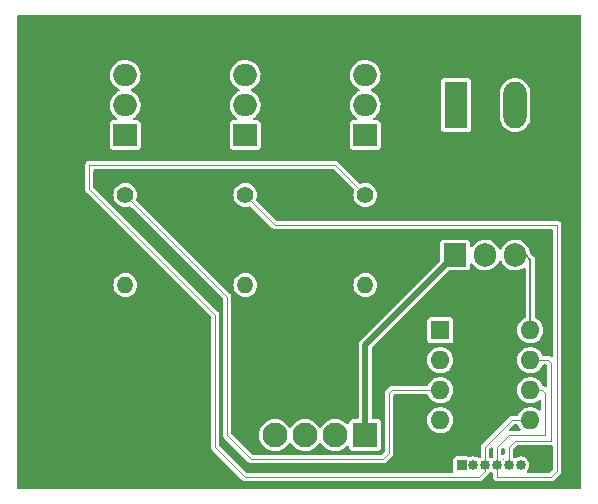
<source format=gbr>
%TF.GenerationSoftware,KiCad,Pcbnew,7.0.8*%
%TF.CreationDate,2023-11-20T18:04:14+01:00*%
%TF.ProjectId,led-controller,6c65642d-636f-46e7-9472-6f6c6c65722e,rev?*%
%TF.SameCoordinates,Original*%
%TF.FileFunction,Copper,L1,Top*%
%TF.FilePolarity,Positive*%
%FSLAX46Y46*%
G04 Gerber Fmt 4.6, Leading zero omitted, Abs format (unit mm)*
G04 Created by KiCad (PCBNEW 7.0.8) date 2023-11-20 18:04:14*
%MOMM*%
%LPD*%
G01*
G04 APERTURE LIST*
%TA.AperFunction,ComponentPad*%
%ADD10R,0.850000X0.850000*%
%TD*%
%TA.AperFunction,ComponentPad*%
%ADD11O,0.850000X0.850000*%
%TD*%
%TA.AperFunction,ComponentPad*%
%ADD12R,1.600000X1.600000*%
%TD*%
%TA.AperFunction,ComponentPad*%
%ADD13O,1.600000X1.600000*%
%TD*%
%TA.AperFunction,ComponentPad*%
%ADD14R,1.905000X2.000000*%
%TD*%
%TA.AperFunction,ComponentPad*%
%ADD15O,1.905000X2.000000*%
%TD*%
%TA.AperFunction,ComponentPad*%
%ADD16C,1.400000*%
%TD*%
%TA.AperFunction,ComponentPad*%
%ADD17O,1.400000X1.400000*%
%TD*%
%TA.AperFunction,ComponentPad*%
%ADD18R,2.000000X1.905000*%
%TD*%
%TA.AperFunction,ComponentPad*%
%ADD19O,2.000000X1.905000*%
%TD*%
%TA.AperFunction,ComponentPad*%
%ADD20R,2.100000X2.100000*%
%TD*%
%TA.AperFunction,ComponentPad*%
%ADD21C,2.100000*%
%TD*%
%TA.AperFunction,ComponentPad*%
%ADD22R,1.980000X3.960000*%
%TD*%
%TA.AperFunction,ComponentPad*%
%ADD23O,1.980000X3.960000*%
%TD*%
%TA.AperFunction,Conductor*%
%ADD24C,0.100000*%
%TD*%
%TA.AperFunction,Conductor*%
%ADD25C,0.200000*%
%TD*%
%TA.AperFunction,Conductor*%
%ADD26C,0.500000*%
%TD*%
G04 APERTURE END LIST*
D10*
%TO.P,J2,1,Pin_1*%
%TO.N,Net-(J2-Pin_1)*%
X104680000Y-119380000D03*
D11*
%TO.P,J2,2,Pin_2*%
%TO.N,GND*%
X105680000Y-119380000D03*
%TO.P,J2,3,Pin_3*%
%TO.N,Net-(J2-Pin_3)*%
X106680000Y-119380000D03*
%TO.P,J2,4,Pin_4*%
%TO.N,Net-(J2-Pin_4)*%
X107680000Y-119380000D03*
%TO.P,J2,5,Pin_5*%
%TO.N,Net-(J2-Pin_5)*%
X108680000Y-119380000D03*
%TO.P,J2,6,Pin_6*%
%TO.N,Net-(J2-Pin_6)*%
X109680000Y-119380000D03*
%TD*%
D12*
%TO.P,U2,1,~{RESET}/PB5*%
%TO.N,Net-(J2-Pin_6)*%
X102880000Y-107960000D03*
D13*
%TO.P,U2,2,XTAL1/PB3*%
%TO.N,unconnected-(U2-XTAL1{slash}PB3-Pad2)*%
X102880000Y-110500000D03*
%TO.P,U2,3,XTAL2/PB4*%
%TO.N,Net-(Q3-G)*%
X102880000Y-113040000D03*
%TO.P,U2,4,GND*%
%TO.N,GND*%
X102880000Y-115580000D03*
%TO.P,U2,5,AREF/PB0*%
%TO.N,Net-(J2-Pin_3)*%
X110500000Y-115580000D03*
%TO.P,U2,6,PB1*%
%TO.N,Net-(J2-Pin_4)*%
X110500000Y-113040000D03*
%TO.P,U2,7,PB2*%
%TO.N,Net-(J2-Pin_5)*%
X110500000Y-110500000D03*
%TO.P,U2,8,VCC*%
%TO.N,Net-(J2-Pin_1)*%
X110500000Y-107960000D03*
%TD*%
D14*
%TO.P,U1,1,VI*%
%TO.N,Net-(BT1-+)*%
X104140000Y-101600000D03*
D15*
%TO.P,U1,2,GND*%
%TO.N,GND*%
X106680000Y-101600000D03*
%TO.P,U1,3,VO*%
%TO.N,Net-(J2-Pin_1)*%
X109220000Y-101600000D03*
%TD*%
D16*
%TO.P,R3,1*%
%TO.N,Net-(Q3-G)*%
X76200000Y-96520000D03*
D17*
%TO.P,R3,2*%
%TO.N,GND*%
X76200000Y-104140000D03*
%TD*%
D16*
%TO.P,R2,1*%
%TO.N,Net-(J2-Pin_4)*%
X86360000Y-96520000D03*
D17*
%TO.P,R2,2*%
%TO.N,GND*%
X86360000Y-104140000D03*
%TD*%
D16*
%TO.P,R1,1*%
%TO.N,Net-(J2-Pin_3)*%
X96520000Y-96520000D03*
D17*
%TO.P,R1,2*%
%TO.N,GND*%
X96520000Y-104140000D03*
%TD*%
D18*
%TO.P,Q3,1,G*%
%TO.N,Net-(Q3-G)*%
X76200000Y-91440000D03*
D19*
%TO.P,Q3,2,D*%
%TO.N,Net-(J1-Pin_4)*%
X76200000Y-88900000D03*
%TO.P,Q3,3,S*%
%TO.N,GND*%
X76200000Y-86360000D03*
%TD*%
%TO.P,Q2,3,S*%
%TO.N,GND*%
X96520000Y-86360000D03*
%TO.P,Q2,2,D*%
%TO.N,Net-(J1-Pin_2)*%
X96520000Y-88900000D03*
D18*
%TO.P,Q2,1,G*%
%TO.N,Net-(J2-Pin_3)*%
X96520000Y-91440000D03*
%TD*%
D19*
%TO.P,Q1,3,S*%
%TO.N,GND*%
X86360000Y-86360000D03*
%TO.P,Q1,2,D*%
%TO.N,Net-(J1-Pin_3)*%
X86360000Y-88900000D03*
D18*
%TO.P,Q1,1,G*%
%TO.N,Net-(J2-Pin_4)*%
X86360000Y-91440000D03*
%TD*%
D20*
%TO.P,J1,1,Pin_1*%
%TO.N,Net-(BT1-+)*%
X96520000Y-116840000D03*
D21*
%TO.P,J1,2,Pin_2*%
%TO.N,Net-(J1-Pin_2)*%
X93980000Y-116840000D03*
%TO.P,J1,3,Pin_3*%
%TO.N,Net-(J1-Pin_3)*%
X91440000Y-116840000D03*
%TO.P,J1,4,Pin_4*%
%TO.N,Net-(J1-Pin_4)*%
X88900000Y-116840000D03*
%TD*%
D22*
%TO.P,BT1,1,+*%
%TO.N,Net-(BT1-+)*%
X104220000Y-88900000D03*
D23*
%TO.P,BT1,2,-*%
%TO.N,GND*%
X109220000Y-88900000D03*
%TD*%
D24*
%TO.N,Net-(J2-Pin_4)*%
X107680000Y-119380000D02*
X107680000Y-120380000D01*
X112268000Y-120396000D02*
X112776000Y-119888000D01*
X112776000Y-119888000D02*
X112776000Y-99060000D01*
X107680000Y-120380000D02*
X107696000Y-120396000D01*
X107696000Y-120396000D02*
X112268000Y-120396000D01*
X112776000Y-99060000D02*
X88900000Y-99060000D01*
X88900000Y-99060000D02*
X86360000Y-96520000D01*
%TO.N,*%
X108188000Y-118872000D02*
X108153598Y-118906402D01*
X108204000Y-118872000D02*
X108188000Y-118872000D01*
%TO.N,Net-(J2-Pin_3)*%
X106680000Y-119380000D02*
X106680000Y-119888000D01*
X73152000Y-96012000D02*
X73152000Y-93980000D01*
X106680000Y-119888000D02*
X106172000Y-120396000D01*
X106172000Y-120396000D02*
X86360000Y-120396000D01*
X86360000Y-120396000D02*
X83820000Y-117856000D01*
X83820000Y-117856000D02*
X83820000Y-106680000D01*
X83820000Y-106680000D02*
X73152000Y-96012000D01*
X73152000Y-93980000D02*
X93980000Y-93980000D01*
X93980000Y-93980000D02*
X96520000Y-96520000D01*
%TO.N,Net-(Q3-G)*%
X102880000Y-113040000D02*
X98796000Y-113040000D01*
X98796000Y-113040000D02*
X98552000Y-113284000D01*
X98552000Y-113284000D02*
X98552000Y-118364000D01*
X98552000Y-118364000D02*
X98044000Y-118872000D01*
X98044000Y-118872000D02*
X86868000Y-118872000D01*
X86868000Y-118872000D02*
X84836000Y-116840000D01*
X84836000Y-116840000D02*
X84836000Y-105156000D01*
X84836000Y-105156000D02*
X76200000Y-96520000D01*
%TO.N,Net-(J2-Pin_5)*%
X110500000Y-110500000D02*
X112024000Y-110500000D01*
X112268000Y-110744000D02*
X112268000Y-117348000D01*
X112024000Y-110500000D02*
X112268000Y-110744000D01*
X112268000Y-117348000D02*
X109220000Y-117348000D01*
X109220000Y-117348000D02*
X108680000Y-117888000D01*
X108680000Y-117888000D02*
X108680000Y-119380000D01*
%TO.N,Net-(J2-Pin_4)*%
X111760000Y-116840000D02*
X108712000Y-116840000D01*
X111516000Y-113040000D02*
X111760000Y-113284000D01*
X110500000Y-113040000D02*
X111516000Y-113040000D01*
X111760000Y-113284000D02*
X111760000Y-116840000D01*
X108712000Y-116840000D02*
X107680000Y-117872000D01*
X107680000Y-117872000D02*
X107680000Y-119380000D01*
%TO.N,Net-(J2-Pin_3)*%
X108956000Y-115580000D02*
X106680000Y-117856000D01*
X110500000Y-115580000D02*
X108956000Y-115580000D01*
X106680000Y-117856000D02*
X106680000Y-119380000D01*
D25*
%TO.N,Net-(J2-Pin_1)*%
X109220000Y-101600000D02*
X110109000Y-101600000D01*
X110109000Y-101600000D02*
X110500000Y-101991000D01*
X110500000Y-101991000D02*
X110500000Y-107960000D01*
D26*
%TO.N,Net-(BT1-+)*%
X104140000Y-101600000D02*
X96520000Y-109220000D01*
X96520000Y-109220000D02*
X96520000Y-116840000D01*
%TD*%
%TA.AperFunction,NonConductor*%
G36*
X114750539Y-81300185D02*
G01*
X114796294Y-81352989D01*
X114807500Y-81404500D01*
X114807500Y-121287500D01*
X114787815Y-121354539D01*
X114735011Y-121400294D01*
X114683500Y-121411500D01*
X67180500Y-121411500D01*
X67113461Y-121391815D01*
X67067706Y-121339011D01*
X67056500Y-121287500D01*
X67056500Y-104140000D01*
X75194659Y-104140000D01*
X75213975Y-104336129D01*
X75271188Y-104524733D01*
X75364086Y-104698532D01*
X75364090Y-104698539D01*
X75489116Y-104850883D01*
X75641460Y-104975909D01*
X75641467Y-104975913D01*
X75815266Y-105068811D01*
X75815269Y-105068811D01*
X75815273Y-105068814D01*
X76003868Y-105126024D01*
X76200000Y-105145341D01*
X76396132Y-105126024D01*
X76584727Y-105068814D01*
X76611307Y-105054607D01*
X76758532Y-104975913D01*
X76758538Y-104975910D01*
X76910883Y-104850883D01*
X77035910Y-104698538D01*
X77128814Y-104524727D01*
X77186024Y-104336132D01*
X77205341Y-104140000D01*
X77186024Y-103943868D01*
X77128814Y-103755273D01*
X77128811Y-103755269D01*
X77128811Y-103755266D01*
X77035913Y-103581467D01*
X77035909Y-103581460D01*
X76910883Y-103429116D01*
X76758539Y-103304090D01*
X76758532Y-103304086D01*
X76584733Y-103211188D01*
X76584727Y-103211186D01*
X76396132Y-103153976D01*
X76396129Y-103153975D01*
X76200000Y-103134659D01*
X76003870Y-103153975D01*
X75815266Y-103211188D01*
X75641467Y-103304086D01*
X75641460Y-103304090D01*
X75489116Y-103429116D01*
X75364090Y-103581460D01*
X75364086Y-103581467D01*
X75271188Y-103755266D01*
X75213975Y-103943870D01*
X75194659Y-104140000D01*
X67056500Y-104140000D01*
X67056500Y-95997317D01*
X72796957Y-95997317D01*
X72801023Y-96029937D01*
X72801500Y-96037614D01*
X72801500Y-96041040D01*
X72803891Y-96055373D01*
X72805087Y-96062541D01*
X72811427Y-96113393D01*
X72813520Y-96120426D01*
X72815908Y-96127381D01*
X72840295Y-96172444D01*
X72862801Y-96218483D01*
X72867065Y-96224455D01*
X72871580Y-96230256D01*
X72909275Y-96264958D01*
X83433181Y-106788863D01*
X83466666Y-106850186D01*
X83469500Y-106876544D01*
X83469500Y-117806788D01*
X83466861Y-117832232D01*
X83464957Y-117841311D01*
X83464957Y-117841317D01*
X83469023Y-117873937D01*
X83469500Y-117881614D01*
X83469500Y-117885038D01*
X83473087Y-117906541D01*
X83479427Y-117957393D01*
X83481520Y-117964426D01*
X83483908Y-117971381D01*
X83508295Y-118016444D01*
X83530801Y-118062483D01*
X83535065Y-118068455D01*
X83539580Y-118074256D01*
X83577275Y-118108958D01*
X86077362Y-120609044D01*
X86093489Y-120628902D01*
X86098563Y-120636669D01*
X86098565Y-120636671D01*
X86101203Y-120638724D01*
X86124503Y-120656859D01*
X86124505Y-120656860D01*
X86130268Y-120661950D01*
X86132693Y-120664375D01*
X86132695Y-120664377D01*
X86148426Y-120675608D01*
X86150437Y-120677044D01*
X86190874Y-120708517D01*
X86190878Y-120708518D01*
X86197314Y-120712000D01*
X86197339Y-120712013D01*
X86197371Y-120712030D01*
X86203930Y-120715237D01*
X86203933Y-120715239D01*
X86253037Y-120729858D01*
X86301512Y-120746500D01*
X86301514Y-120746500D01*
X86308754Y-120747708D01*
X86316046Y-120748617D01*
X86367231Y-120746500D01*
X106122789Y-120746500D01*
X106148234Y-120749138D01*
X106157315Y-120751043D01*
X106173005Y-120749087D01*
X106189939Y-120746977D01*
X106197615Y-120746500D01*
X106201035Y-120746500D01*
X106201040Y-120746500D01*
X106204608Y-120745904D01*
X106222539Y-120742913D01*
X106249958Y-120739494D01*
X106273393Y-120736573D01*
X106273402Y-120736568D01*
X106280451Y-120734470D01*
X106287377Y-120732092D01*
X106287381Y-120732092D01*
X106332444Y-120707704D01*
X106378484Y-120685198D01*
X106378487Y-120685194D01*
X106384453Y-120680935D01*
X106390254Y-120676419D01*
X106390258Y-120676418D01*
X106424957Y-120638724D01*
X106893046Y-120170634D01*
X106912902Y-120154511D01*
X106920669Y-120149437D01*
X106940873Y-120123477D01*
X106945941Y-120117739D01*
X106948375Y-120115307D01*
X106961044Y-120097562D01*
X106992517Y-120057126D01*
X106992517Y-120057123D01*
X106998828Y-120049016D01*
X107000353Y-120050203D01*
X107033757Y-120014550D01*
X107114030Y-119964111D01*
X107181263Y-119945113D01*
X107245970Y-119964113D01*
X107271471Y-119980136D01*
X107317763Y-120032470D01*
X107329500Y-120085130D01*
X107329500Y-120330788D01*
X107326861Y-120356232D01*
X107324957Y-120365311D01*
X107324957Y-120365317D01*
X107329023Y-120397937D01*
X107329500Y-120405614D01*
X107329500Y-120409038D01*
X107333087Y-120430541D01*
X107339427Y-120481393D01*
X107341520Y-120488426D01*
X107343908Y-120495381D01*
X107368295Y-120540444D01*
X107390801Y-120586483D01*
X107395065Y-120592455D01*
X107399581Y-120598257D01*
X107413011Y-120610620D01*
X107432840Y-120634032D01*
X107434561Y-120636667D01*
X107434562Y-120636668D01*
X107434563Y-120636669D01*
X107460505Y-120656860D01*
X107466260Y-120661942D01*
X107468693Y-120664375D01*
X107477647Y-120670768D01*
X107483592Y-120675595D01*
X107485644Y-120677484D01*
X107485647Y-120677485D01*
X107485649Y-120677487D01*
X107491954Y-120681607D01*
X107496124Y-120684584D01*
X107506496Y-120692656D01*
X107526874Y-120708517D01*
X107526880Y-120708519D01*
X107533318Y-120712002D01*
X107533339Y-120712013D01*
X107533371Y-120712030D01*
X107539930Y-120715237D01*
X107539933Y-120715239D01*
X107589037Y-120729858D01*
X107637512Y-120746500D01*
X107637514Y-120746500D01*
X107644754Y-120747708D01*
X107652046Y-120748617D01*
X107703231Y-120746500D01*
X112218789Y-120746500D01*
X112244234Y-120749138D01*
X112253315Y-120751043D01*
X112269005Y-120749087D01*
X112285939Y-120746977D01*
X112293615Y-120746500D01*
X112297035Y-120746500D01*
X112297040Y-120746500D01*
X112300608Y-120745904D01*
X112318539Y-120742913D01*
X112345958Y-120739494D01*
X112369393Y-120736573D01*
X112369402Y-120736568D01*
X112376451Y-120734470D01*
X112383377Y-120732092D01*
X112383381Y-120732092D01*
X112428444Y-120707704D01*
X112474484Y-120685198D01*
X112474487Y-120685194D01*
X112480453Y-120680935D01*
X112486254Y-120676419D01*
X112486258Y-120676418D01*
X112520957Y-120638724D01*
X112989046Y-120170634D01*
X113008902Y-120154511D01*
X113016669Y-120149437D01*
X113036873Y-120123477D01*
X113041941Y-120117739D01*
X113044375Y-120115307D01*
X113057044Y-120097562D01*
X113088517Y-120057126D01*
X113088518Y-120057120D01*
X113092017Y-120050656D01*
X113095235Y-120044071D01*
X113095239Y-120044067D01*
X113109858Y-119994962D01*
X113126500Y-119946488D01*
X113126500Y-119946481D01*
X113127706Y-119939256D01*
X113128617Y-119931952D01*
X113126500Y-119880770D01*
X113126500Y-99077061D01*
X113126712Y-99071940D01*
X113127974Y-99056695D01*
X113130132Y-99030656D01*
X113119958Y-98990480D01*
X113118910Y-98985480D01*
X113112092Y-98944619D01*
X113111455Y-98942763D01*
X113102215Y-98919079D01*
X113101417Y-98917260D01*
X113078755Y-98882573D01*
X113076131Y-98878169D01*
X113056418Y-98841741D01*
X113055203Y-98840180D01*
X113038787Y-98820798D01*
X113037436Y-98819330D01*
X113004748Y-98793888D01*
X113000836Y-98790575D01*
X112970356Y-98762516D01*
X112970351Y-98762513D01*
X112968717Y-98761445D01*
X112946860Y-98748421D01*
X112945127Y-98747483D01*
X112905947Y-98734032D01*
X112901174Y-98732169D01*
X112863230Y-98715526D01*
X112861345Y-98715049D01*
X112836418Y-98709822D01*
X112834488Y-98709500D01*
X112793061Y-98709500D01*
X112787940Y-98709288D01*
X112746651Y-98705867D01*
X112744696Y-98706029D01*
X112716857Y-98709500D01*
X89096544Y-98709500D01*
X89029505Y-98689815D01*
X89008863Y-98673181D01*
X87330102Y-96994420D01*
X87296617Y-96933097D01*
X87299123Y-96870743D01*
X87346023Y-96716134D01*
X87346024Y-96716132D01*
X87365341Y-96520000D01*
X87346024Y-96323868D01*
X87288814Y-96135273D01*
X87288811Y-96135269D01*
X87288811Y-96135266D01*
X87195913Y-95961467D01*
X87195909Y-95961460D01*
X87070883Y-95809116D01*
X86918539Y-95684090D01*
X86918532Y-95684086D01*
X86744733Y-95591188D01*
X86744727Y-95591186D01*
X86556132Y-95533976D01*
X86556129Y-95533975D01*
X86360000Y-95514659D01*
X86163870Y-95533975D01*
X85975266Y-95591188D01*
X85801467Y-95684086D01*
X85801460Y-95684090D01*
X85649116Y-95809116D01*
X85524090Y-95961460D01*
X85524086Y-95961467D01*
X85431188Y-96135266D01*
X85373975Y-96323870D01*
X85354659Y-96520000D01*
X85373975Y-96716129D01*
X85431188Y-96904733D01*
X85524086Y-97078532D01*
X85524090Y-97078539D01*
X85649116Y-97230883D01*
X85801460Y-97355909D01*
X85801467Y-97355913D01*
X85975266Y-97448811D01*
X85975269Y-97448811D01*
X85975273Y-97448814D01*
X86163868Y-97506024D01*
X86360000Y-97525341D01*
X86556132Y-97506024D01*
X86710743Y-97459123D01*
X86780610Y-97458499D01*
X86834420Y-97490102D01*
X88617362Y-99273044D01*
X88633489Y-99292902D01*
X88638563Y-99300669D01*
X88638565Y-99300671D01*
X88664505Y-99320860D01*
X88670268Y-99325950D01*
X88672693Y-99328375D01*
X88672695Y-99328377D01*
X88690437Y-99341044D01*
X88730874Y-99372517D01*
X88730878Y-99372518D01*
X88737314Y-99376000D01*
X88737339Y-99376013D01*
X88737371Y-99376030D01*
X88743930Y-99379237D01*
X88743933Y-99379239D01*
X88793037Y-99393858D01*
X88841512Y-99410500D01*
X88841514Y-99410500D01*
X88848754Y-99411708D01*
X88856046Y-99412617D01*
X88907231Y-99410500D01*
X112301500Y-99410500D01*
X112368539Y-99430185D01*
X112414294Y-99482989D01*
X112425500Y-99534500D01*
X112425500Y-110114701D01*
X112405815Y-110181740D01*
X112353011Y-110227495D01*
X112283853Y-110237439D01*
X112225338Y-110212555D01*
X112193126Y-110187483D01*
X112193124Y-110187482D01*
X112186648Y-110183977D01*
X112180069Y-110180760D01*
X112130954Y-110166138D01*
X112082486Y-110149498D01*
X112075269Y-110148294D01*
X112067953Y-110147382D01*
X112018725Y-110149419D01*
X112016769Y-110149500D01*
X111631635Y-110149500D01*
X111564596Y-110129815D01*
X111520635Y-110080772D01*
X111470863Y-109980817D01*
X111439673Y-109918179D01*
X111316764Y-109755421D01*
X111316762Y-109755418D01*
X111166041Y-109618019D01*
X111166039Y-109618017D01*
X110992642Y-109510655D01*
X110992635Y-109510651D01*
X110830974Y-109448024D01*
X110802456Y-109436976D01*
X110601976Y-109399500D01*
X110398024Y-109399500D01*
X110197544Y-109436976D01*
X110197541Y-109436976D01*
X110197541Y-109436977D01*
X110007364Y-109510651D01*
X110007357Y-109510655D01*
X109833960Y-109618017D01*
X109833958Y-109618019D01*
X109683237Y-109755418D01*
X109560327Y-109918178D01*
X109469422Y-110100739D01*
X109469417Y-110100752D01*
X109413602Y-110296917D01*
X109394785Y-110499999D01*
X109394785Y-110500000D01*
X109413602Y-110703082D01*
X109469417Y-110899247D01*
X109469422Y-110899260D01*
X109560327Y-111081821D01*
X109683237Y-111244581D01*
X109833958Y-111381980D01*
X109833960Y-111381982D01*
X109933141Y-111443392D01*
X110007363Y-111489348D01*
X110197544Y-111563024D01*
X110398024Y-111600500D01*
X110398026Y-111600500D01*
X110601974Y-111600500D01*
X110601976Y-111600500D01*
X110802456Y-111563024D01*
X110992637Y-111489348D01*
X111166041Y-111381981D01*
X111316764Y-111244579D01*
X111439673Y-111081821D01*
X111493112Y-110974500D01*
X111520635Y-110919228D01*
X111568138Y-110867991D01*
X111631635Y-110850500D01*
X111793500Y-110850500D01*
X111860539Y-110870185D01*
X111906294Y-110922989D01*
X111917500Y-110974500D01*
X111917500Y-112654701D01*
X111897815Y-112721740D01*
X111845011Y-112767495D01*
X111775853Y-112777439D01*
X111717338Y-112752555D01*
X111686169Y-112728295D01*
X111685126Y-112727483D01*
X111685124Y-112727482D01*
X111678648Y-112723977D01*
X111672070Y-112720761D01*
X111664196Y-112718417D01*
X111622954Y-112706138D01*
X111603405Y-112699427D01*
X111598888Y-112697876D01*
X111541872Y-112657491D01*
X111528153Y-112635873D01*
X111439673Y-112458179D01*
X111316764Y-112295421D01*
X111316762Y-112295418D01*
X111166041Y-112158019D01*
X111166039Y-112158017D01*
X110992642Y-112050655D01*
X110992635Y-112050651D01*
X110897546Y-112013814D01*
X110802456Y-111976976D01*
X110601976Y-111939500D01*
X110398024Y-111939500D01*
X110197544Y-111976976D01*
X110197541Y-111976976D01*
X110197541Y-111976977D01*
X110007364Y-112050651D01*
X110007357Y-112050655D01*
X109833960Y-112158017D01*
X109833958Y-112158019D01*
X109683237Y-112295418D01*
X109560327Y-112458178D01*
X109469422Y-112640739D01*
X109469417Y-112640752D01*
X109413602Y-112836917D01*
X109394785Y-113039999D01*
X109394785Y-113040000D01*
X109413602Y-113243082D01*
X109469417Y-113439247D01*
X109469422Y-113439260D01*
X109560327Y-113621821D01*
X109683237Y-113784581D01*
X109833958Y-113921980D01*
X109833960Y-113921982D01*
X109924024Y-113977747D01*
X110007363Y-114029348D01*
X110197544Y-114103024D01*
X110398024Y-114140500D01*
X110398026Y-114140500D01*
X110601974Y-114140500D01*
X110601976Y-114140500D01*
X110802456Y-114103024D01*
X110992637Y-114029348D01*
X111166041Y-113921981D01*
X111201962Y-113889235D01*
X111264766Y-113858618D01*
X111334153Y-113866815D01*
X111388093Y-113911225D01*
X111409461Y-113977747D01*
X111409500Y-113980872D01*
X111409500Y-114639127D01*
X111389815Y-114706166D01*
X111337011Y-114751921D01*
X111267853Y-114761865D01*
X111204297Y-114732840D01*
X111201963Y-114730765D01*
X111166041Y-114698019D01*
X111166039Y-114698017D01*
X110992642Y-114590655D01*
X110992635Y-114590651D01*
X110897546Y-114553814D01*
X110802456Y-114516976D01*
X110601976Y-114479500D01*
X110398024Y-114479500D01*
X110197544Y-114516976D01*
X110197541Y-114516976D01*
X110197541Y-114516977D01*
X110007364Y-114590651D01*
X110007357Y-114590655D01*
X109833960Y-114698017D01*
X109833958Y-114698019D01*
X109683237Y-114835418D01*
X109560327Y-114998178D01*
X109479365Y-115160772D01*
X109431862Y-115212009D01*
X109368365Y-115229500D01*
X109005211Y-115229500D01*
X108979765Y-115226861D01*
X108970685Y-115224957D01*
X108970684Y-115224957D01*
X108970682Y-115224957D01*
X108938061Y-115229023D01*
X108930385Y-115229500D01*
X108926960Y-115229500D01*
X108905457Y-115233087D01*
X108854608Y-115239426D01*
X108847570Y-115241521D01*
X108840622Y-115243906D01*
X108795555Y-115268295D01*
X108749512Y-115290803D01*
X108743566Y-115295048D01*
X108737742Y-115299581D01*
X108703042Y-115337275D01*
X106466955Y-117573361D01*
X106447106Y-117589482D01*
X106439331Y-117594562D01*
X106419143Y-117620498D01*
X106414067Y-117626248D01*
X106411634Y-117628681D01*
X106411623Y-117628694D01*
X106398954Y-117646438D01*
X106367483Y-117686872D01*
X106363975Y-117693353D01*
X106360760Y-117699932D01*
X106346138Y-117749045D01*
X106329498Y-117797516D01*
X106328294Y-117804733D01*
X106327382Y-117812046D01*
X106329500Y-117863230D01*
X106329500Y-118674869D01*
X106309815Y-118741908D01*
X106271473Y-118779862D01*
X106245973Y-118795885D01*
X106178736Y-118814886D01*
X106114028Y-118795886D01*
X105996774Y-118722210D01*
X105842455Y-118668212D01*
X105680004Y-118649909D01*
X105679996Y-118649909D01*
X105517544Y-118668212D01*
X105384666Y-118714708D01*
X105314887Y-118718269D01*
X105288634Y-118706620D01*
X105288275Y-118707435D01*
X105277765Y-118702794D01*
X105214521Y-118674869D01*
X105174992Y-118657415D01*
X105149865Y-118654500D01*
X104210143Y-118654500D01*
X104210117Y-118654502D01*
X104185012Y-118657413D01*
X104185008Y-118657415D01*
X104082235Y-118702793D01*
X104002794Y-118782234D01*
X103957415Y-118885006D01*
X103957415Y-118885008D01*
X103954500Y-118910131D01*
X103954500Y-119849856D01*
X103954502Y-119849882D01*
X103957413Y-119874987D01*
X103959863Y-119883989D01*
X103957565Y-119884614D01*
X103964906Y-119940698D01*
X103935079Y-120003882D01*
X103875828Y-120040909D01*
X103842401Y-120045500D01*
X86556544Y-120045500D01*
X86489505Y-120025815D01*
X86468863Y-120009181D01*
X84206819Y-117747137D01*
X84173334Y-117685814D01*
X84170500Y-117659456D01*
X84170500Y-106729206D01*
X84173139Y-106703760D01*
X84175042Y-106694685D01*
X84172782Y-106676561D01*
X84170977Y-106662068D01*
X84170500Y-106654391D01*
X84170500Y-106650963D01*
X84170498Y-106650950D01*
X84166910Y-106629449D01*
X84160573Y-106578607D01*
X84160572Y-106578604D01*
X84158518Y-106571704D01*
X84158475Y-106571579D01*
X84158437Y-106571453D01*
X84156092Y-106564618D01*
X84131704Y-106519555D01*
X84109199Y-106473518D01*
X84104919Y-106467524D01*
X84100419Y-106461743D01*
X84062724Y-106427041D01*
X74155683Y-96520000D01*
X75194659Y-96520000D01*
X75213975Y-96716129D01*
X75271188Y-96904733D01*
X75364086Y-97078532D01*
X75364090Y-97078539D01*
X75489116Y-97230883D01*
X75641460Y-97355909D01*
X75641467Y-97355913D01*
X75815266Y-97448811D01*
X75815269Y-97448811D01*
X75815273Y-97448814D01*
X76003868Y-97506024D01*
X76200000Y-97525341D01*
X76396132Y-97506024D01*
X76550743Y-97459123D01*
X76620610Y-97458499D01*
X76674420Y-97490102D01*
X84449181Y-105264863D01*
X84482666Y-105326186D01*
X84485500Y-105352544D01*
X84485500Y-116790788D01*
X84482861Y-116816232D01*
X84480957Y-116825311D01*
X84480957Y-116825317D01*
X84485023Y-116857937D01*
X84485500Y-116865614D01*
X84485500Y-116869038D01*
X84489087Y-116890541D01*
X84495427Y-116941393D01*
X84497520Y-116948426D01*
X84499908Y-116955381D01*
X84524295Y-117000444D01*
X84546801Y-117046483D01*
X84551065Y-117052455D01*
X84555580Y-117058256D01*
X84593275Y-117092958D01*
X86585362Y-119085044D01*
X86601486Y-119104899D01*
X86606563Y-119112669D01*
X86632508Y-119132862D01*
X86638260Y-119137942D01*
X86640693Y-119140375D01*
X86658438Y-119153044D01*
X86698874Y-119184517D01*
X86698876Y-119184517D01*
X86705310Y-119187999D01*
X86705344Y-119188016D01*
X86705390Y-119188041D01*
X86711932Y-119191239D01*
X86711933Y-119191239D01*
X86711934Y-119191240D01*
X86726078Y-119195451D01*
X86761045Y-119205862D01*
X86809509Y-119222499D01*
X86809512Y-119222500D01*
X86809515Y-119222500D01*
X86816625Y-119223687D01*
X86816731Y-119223700D01*
X86816855Y-119223720D01*
X86824046Y-119224617D01*
X86875231Y-119222500D01*
X97994789Y-119222500D01*
X98020234Y-119225138D01*
X98029315Y-119227043D01*
X98045005Y-119225087D01*
X98061939Y-119222977D01*
X98069615Y-119222500D01*
X98073035Y-119222500D01*
X98073040Y-119222500D01*
X98076608Y-119221904D01*
X98094539Y-119218913D01*
X98121958Y-119215494D01*
X98145393Y-119212573D01*
X98145402Y-119212568D01*
X98152451Y-119210470D01*
X98159377Y-119208092D01*
X98159381Y-119208092D01*
X98204444Y-119183704D01*
X98250484Y-119161198D01*
X98250487Y-119161194D01*
X98256453Y-119156935D01*
X98262254Y-119152419D01*
X98262258Y-119152418D01*
X98296957Y-119114724D01*
X98765046Y-118646634D01*
X98784902Y-118630511D01*
X98792669Y-118625437D01*
X98812873Y-118599477D01*
X98817941Y-118593739D01*
X98820375Y-118591307D01*
X98833044Y-118573562D01*
X98864517Y-118533126D01*
X98864518Y-118533120D01*
X98868017Y-118526656D01*
X98871235Y-118520071D01*
X98871239Y-118520067D01*
X98885858Y-118470962D01*
X98902500Y-118422488D01*
X98902500Y-118422481D01*
X98903706Y-118415256D01*
X98904617Y-118407952D01*
X98902500Y-118356770D01*
X98902500Y-115580000D01*
X101774785Y-115580000D01*
X101793602Y-115783082D01*
X101849417Y-115979247D01*
X101849422Y-115979260D01*
X101940327Y-116161821D01*
X102063237Y-116324581D01*
X102213958Y-116461980D01*
X102213960Y-116461982D01*
X102313141Y-116523392D01*
X102387363Y-116569348D01*
X102577544Y-116643024D01*
X102778024Y-116680500D01*
X102778026Y-116680500D01*
X102981974Y-116680500D01*
X102981976Y-116680500D01*
X103182456Y-116643024D01*
X103372637Y-116569348D01*
X103546041Y-116461981D01*
X103696764Y-116324579D01*
X103819673Y-116161821D01*
X103910582Y-115979250D01*
X103966397Y-115783083D01*
X103985215Y-115580000D01*
X103983926Y-115566094D01*
X103966397Y-115376917D01*
X103928552Y-115243908D01*
X103910582Y-115180750D01*
X103900634Y-115160772D01*
X103866272Y-115091764D01*
X103819673Y-114998179D01*
X103696764Y-114835421D01*
X103696762Y-114835418D01*
X103546041Y-114698019D01*
X103546039Y-114698017D01*
X103372642Y-114590655D01*
X103372635Y-114590651D01*
X103277546Y-114553814D01*
X103182456Y-114516976D01*
X102981976Y-114479500D01*
X102778024Y-114479500D01*
X102577544Y-114516976D01*
X102577541Y-114516976D01*
X102577541Y-114516977D01*
X102387364Y-114590651D01*
X102387357Y-114590655D01*
X102213960Y-114698017D01*
X102213958Y-114698019D01*
X102063237Y-114835418D01*
X101940327Y-114998178D01*
X101849422Y-115180739D01*
X101849417Y-115180752D01*
X101793602Y-115376917D01*
X101774785Y-115579999D01*
X101774785Y-115580000D01*
X98902500Y-115580000D01*
X98902500Y-113514500D01*
X98922185Y-113447461D01*
X98974989Y-113401706D01*
X99026500Y-113390500D01*
X101748365Y-113390500D01*
X101815404Y-113410185D01*
X101859365Y-113459228D01*
X101940327Y-113621821D01*
X102063237Y-113784581D01*
X102213958Y-113921980D01*
X102213960Y-113921982D01*
X102304024Y-113977747D01*
X102387363Y-114029348D01*
X102577544Y-114103024D01*
X102778024Y-114140500D01*
X102778026Y-114140500D01*
X102981974Y-114140500D01*
X102981976Y-114140500D01*
X103182456Y-114103024D01*
X103372637Y-114029348D01*
X103546041Y-113921981D01*
X103696764Y-113784579D01*
X103819673Y-113621821D01*
X103910582Y-113439250D01*
X103966397Y-113243083D01*
X103985215Y-113040000D01*
X103983128Y-113017482D01*
X103966397Y-112836917D01*
X103949285Y-112776775D01*
X103910582Y-112640750D01*
X103908150Y-112635866D01*
X103866272Y-112551764D01*
X103819673Y-112458179D01*
X103696764Y-112295421D01*
X103696762Y-112295418D01*
X103546041Y-112158019D01*
X103546039Y-112158017D01*
X103372642Y-112050655D01*
X103372635Y-112050651D01*
X103277546Y-112013814D01*
X103182456Y-111976976D01*
X102981976Y-111939500D01*
X102778024Y-111939500D01*
X102577544Y-111976976D01*
X102577541Y-111976976D01*
X102577541Y-111976977D01*
X102387364Y-112050651D01*
X102387357Y-112050655D01*
X102213960Y-112158017D01*
X102213958Y-112158019D01*
X102063237Y-112295418D01*
X101940327Y-112458178D01*
X101859365Y-112620772D01*
X101811862Y-112672009D01*
X101748365Y-112689500D01*
X98845206Y-112689500D01*
X98819761Y-112686861D01*
X98810685Y-112684958D01*
X98810682Y-112684958D01*
X98778068Y-112689023D01*
X98770392Y-112689500D01*
X98766960Y-112689500D01*
X98752619Y-112691892D01*
X98745448Y-112693089D01*
X98728621Y-112695186D01*
X98694607Y-112699427D01*
X98694606Y-112699427D01*
X98694601Y-112699428D01*
X98687575Y-112701519D01*
X98680623Y-112703906D01*
X98680619Y-112703907D01*
X98680619Y-112703908D01*
X98649479Y-112720760D01*
X98635555Y-112728295D01*
X98589512Y-112750803D01*
X98583566Y-112755048D01*
X98577742Y-112759581D01*
X98543042Y-112797275D01*
X98338955Y-113001361D01*
X98319106Y-113017482D01*
X98311331Y-113022562D01*
X98291143Y-113048498D01*
X98286067Y-113054248D01*
X98283634Y-113056681D01*
X98283623Y-113056694D01*
X98270954Y-113074438D01*
X98239483Y-113114872D01*
X98235975Y-113121353D01*
X98232760Y-113127932D01*
X98218138Y-113177045D01*
X98201498Y-113225516D01*
X98200294Y-113232733D01*
X98199382Y-113240046D01*
X98201500Y-113291230D01*
X98201500Y-118167456D01*
X98181815Y-118234495D01*
X98165181Y-118255137D01*
X97935137Y-118485181D01*
X97873814Y-118518666D01*
X97847456Y-118521500D01*
X87064544Y-118521500D01*
X86997505Y-118501815D01*
X86976863Y-118485181D01*
X85331682Y-116840000D01*
X87544341Y-116840000D01*
X87564936Y-117075403D01*
X87564938Y-117075413D01*
X87626094Y-117303655D01*
X87626096Y-117303659D01*
X87626097Y-117303663D01*
X87630000Y-117312032D01*
X87725965Y-117517830D01*
X87725967Y-117517834D01*
X87816017Y-117646438D01*
X87861505Y-117711401D01*
X88028599Y-117878495D01*
X88101960Y-117929863D01*
X88222165Y-118014032D01*
X88222167Y-118014033D01*
X88222170Y-118014035D01*
X88436337Y-118113903D01*
X88664592Y-118175063D01*
X88841034Y-118190500D01*
X88899999Y-118195659D01*
X88900000Y-118195659D01*
X88900001Y-118195659D01*
X88958966Y-118190500D01*
X89135408Y-118175063D01*
X89363663Y-118113903D01*
X89577830Y-118014035D01*
X89771401Y-117878495D01*
X89938495Y-117711401D01*
X90068425Y-117525842D01*
X90123002Y-117482217D01*
X90192500Y-117475023D01*
X90254855Y-117506546D01*
X90271575Y-117525842D01*
X90401500Y-117711395D01*
X90401505Y-117711401D01*
X90568599Y-117878495D01*
X90641960Y-117929863D01*
X90762165Y-118014032D01*
X90762167Y-118014033D01*
X90762170Y-118014035D01*
X90976337Y-118113903D01*
X91204592Y-118175063D01*
X91381034Y-118190500D01*
X91439999Y-118195659D01*
X91440000Y-118195659D01*
X91440001Y-118195659D01*
X91498966Y-118190500D01*
X91675408Y-118175063D01*
X91903663Y-118113903D01*
X92117830Y-118014035D01*
X92311401Y-117878495D01*
X92478495Y-117711401D01*
X92608425Y-117525842D01*
X92663002Y-117482217D01*
X92732500Y-117475023D01*
X92794855Y-117506546D01*
X92811575Y-117525842D01*
X92941500Y-117711395D01*
X92941505Y-117711401D01*
X93108599Y-117878495D01*
X93181960Y-117929863D01*
X93302165Y-118014032D01*
X93302167Y-118014033D01*
X93302170Y-118014035D01*
X93516337Y-118113903D01*
X93744592Y-118175063D01*
X93921034Y-118190500D01*
X93979999Y-118195659D01*
X93980000Y-118195659D01*
X93980001Y-118195659D01*
X94038966Y-118190500D01*
X94215408Y-118175063D01*
X94443663Y-118113903D01*
X94657830Y-118014035D01*
X94851401Y-117878495D01*
X94957822Y-117772073D01*
X95019141Y-117738591D01*
X95088833Y-117743575D01*
X95144767Y-117785446D01*
X95169184Y-117850910D01*
X95169500Y-117859755D01*
X95169500Y-117934855D01*
X95169502Y-117934882D01*
X95172413Y-117959987D01*
X95172415Y-117959991D01*
X95217793Y-118062764D01*
X95217794Y-118062765D01*
X95297235Y-118142206D01*
X95400009Y-118187585D01*
X95425135Y-118190500D01*
X97614864Y-118190499D01*
X97614879Y-118190497D01*
X97614882Y-118190497D01*
X97639987Y-118187586D01*
X97639988Y-118187585D01*
X97639991Y-118187585D01*
X97742765Y-118142206D01*
X97822206Y-118062765D01*
X97867585Y-117959991D01*
X97870500Y-117934865D01*
X97870499Y-115745136D01*
X97870497Y-115745117D01*
X97867586Y-115720012D01*
X97867585Y-115720010D01*
X97867585Y-115720009D01*
X97822206Y-115617235D01*
X97742765Y-115537794D01*
X97742763Y-115537793D01*
X97639992Y-115492415D01*
X97614868Y-115489500D01*
X97614865Y-115489500D01*
X97194500Y-115489500D01*
X97127461Y-115469815D01*
X97081706Y-115417011D01*
X97070500Y-115365500D01*
X97070500Y-110500000D01*
X101774785Y-110500000D01*
X101793602Y-110703082D01*
X101849417Y-110899247D01*
X101849422Y-110899260D01*
X101940327Y-111081821D01*
X102063237Y-111244581D01*
X102213958Y-111381980D01*
X102213960Y-111381982D01*
X102313141Y-111443392D01*
X102387363Y-111489348D01*
X102577544Y-111563024D01*
X102778024Y-111600500D01*
X102778026Y-111600500D01*
X102981974Y-111600500D01*
X102981976Y-111600500D01*
X103182456Y-111563024D01*
X103372637Y-111489348D01*
X103546041Y-111381981D01*
X103696764Y-111244579D01*
X103819673Y-111081821D01*
X103910582Y-110899250D01*
X103966397Y-110703083D01*
X103985215Y-110500000D01*
X103966397Y-110296917D01*
X103910582Y-110100750D01*
X103900634Y-110080772D01*
X103866272Y-110011764D01*
X103819673Y-109918179D01*
X103696764Y-109755421D01*
X103696762Y-109755418D01*
X103546041Y-109618019D01*
X103546039Y-109618017D01*
X103372642Y-109510655D01*
X103372635Y-109510651D01*
X103210974Y-109448024D01*
X103182456Y-109436976D01*
X102981976Y-109399500D01*
X102778024Y-109399500D01*
X102577544Y-109436976D01*
X102577541Y-109436976D01*
X102577541Y-109436977D01*
X102387364Y-109510651D01*
X102387357Y-109510655D01*
X102213960Y-109618017D01*
X102213958Y-109618019D01*
X102063237Y-109755418D01*
X101940327Y-109918178D01*
X101849422Y-110100739D01*
X101849417Y-110100752D01*
X101793602Y-110296917D01*
X101774785Y-110499999D01*
X101774785Y-110500000D01*
X97070500Y-110500000D01*
X97070500Y-109499385D01*
X97090185Y-109432346D01*
X97106814Y-109411709D01*
X97713667Y-108804856D01*
X101779500Y-108804856D01*
X101779502Y-108804882D01*
X101782413Y-108829987D01*
X101782415Y-108829991D01*
X101827793Y-108932764D01*
X101827794Y-108932765D01*
X101907235Y-109012206D01*
X102010009Y-109057585D01*
X102035135Y-109060500D01*
X103724864Y-109060499D01*
X103724879Y-109060497D01*
X103724882Y-109060497D01*
X103749987Y-109057586D01*
X103749988Y-109057585D01*
X103749991Y-109057585D01*
X103852765Y-109012206D01*
X103932206Y-108932765D01*
X103977585Y-108829991D01*
X103980500Y-108804865D01*
X103980499Y-107115136D01*
X103980497Y-107115117D01*
X103977586Y-107090012D01*
X103977585Y-107090010D01*
X103977585Y-107090009D01*
X103932206Y-106987235D01*
X103852765Y-106907794D01*
X103852763Y-106907793D01*
X103749992Y-106862415D01*
X103724865Y-106859500D01*
X102035143Y-106859500D01*
X102035117Y-106859502D01*
X102010012Y-106862413D01*
X102010008Y-106862415D01*
X101907235Y-106907793D01*
X101827794Y-106987234D01*
X101782415Y-107090006D01*
X101782415Y-107090008D01*
X101779500Y-107115131D01*
X101779500Y-108804856D01*
X97713667Y-108804856D01*
X103581705Y-102936817D01*
X103643028Y-102903333D01*
X103669386Y-102900499D01*
X105137356Y-102900499D01*
X105137364Y-102900499D01*
X105137379Y-102900497D01*
X105137382Y-102900497D01*
X105162487Y-102897586D01*
X105162488Y-102897585D01*
X105162491Y-102897585D01*
X105265265Y-102852206D01*
X105344706Y-102772765D01*
X105390085Y-102669991D01*
X105393000Y-102644865D01*
X105392999Y-102389458D01*
X105412683Y-102322422D01*
X105465487Y-102276667D01*
X105534646Y-102266723D01*
X105598201Y-102295748D01*
X105617317Y-102316575D01*
X105732586Y-102475229D01*
X105732588Y-102475232D01*
X105895607Y-102631093D01*
X105895606Y-102631093D01*
X105895608Y-102631094D01*
X105895609Y-102631095D01*
X106083842Y-102755346D01*
X106291237Y-102843991D01*
X106511126Y-102894179D01*
X106736443Y-102904298D01*
X106959946Y-102874023D01*
X107174451Y-102804326D01*
X107373064Y-102697447D01*
X107549402Y-102556823D01*
X107697796Y-102386972D01*
X107813477Y-102193354D01*
X107833594Y-102139751D01*
X107875576Y-102083907D01*
X107941090Y-102059623D01*
X108009332Y-102074613D01*
X108058637Y-102124119D01*
X108061405Y-102129524D01*
X108140013Y-102292757D01*
X108140019Y-102292767D01*
X108272582Y-102475224D01*
X108272588Y-102475232D01*
X108435607Y-102631093D01*
X108435606Y-102631093D01*
X108435608Y-102631094D01*
X108435609Y-102631095D01*
X108623842Y-102755346D01*
X108831237Y-102843991D01*
X109051126Y-102894179D01*
X109276443Y-102904298D01*
X109499946Y-102874023D01*
X109714451Y-102804326D01*
X109793031Y-102762040D01*
X109916740Y-102695469D01*
X109985102Y-102681034D01*
X110050416Y-102705851D01*
X110091945Y-102762040D01*
X110099500Y-102804662D01*
X110099500Y-106850015D01*
X110079815Y-106917054D01*
X110027011Y-106962809D01*
X110020296Y-106965641D01*
X110007368Y-106970649D01*
X110007359Y-106970653D01*
X109833960Y-107078017D01*
X109833958Y-107078019D01*
X109683237Y-107215418D01*
X109560327Y-107378178D01*
X109469422Y-107560739D01*
X109469417Y-107560752D01*
X109413602Y-107756917D01*
X109394785Y-107959999D01*
X109394785Y-107960000D01*
X109413602Y-108163082D01*
X109469417Y-108359247D01*
X109469422Y-108359260D01*
X109560327Y-108541821D01*
X109683237Y-108704581D01*
X109833958Y-108841980D01*
X109833960Y-108841982D01*
X109878108Y-108869317D01*
X110007363Y-108949348D01*
X110197544Y-109023024D01*
X110398024Y-109060500D01*
X110398026Y-109060500D01*
X110601974Y-109060500D01*
X110601976Y-109060500D01*
X110802456Y-109023024D01*
X110992637Y-108949348D01*
X111166041Y-108841981D01*
X111316764Y-108704579D01*
X111439673Y-108541821D01*
X111530582Y-108359250D01*
X111586397Y-108163083D01*
X111605215Y-107960000D01*
X111586397Y-107756917D01*
X111530582Y-107560750D01*
X111439673Y-107378179D01*
X111316764Y-107215421D01*
X111316762Y-107215418D01*
X111166041Y-107078019D01*
X111166039Y-107078017D01*
X110992640Y-106970653D01*
X110992631Y-106970649D01*
X110979704Y-106965641D01*
X110924303Y-106923067D01*
X110900714Y-106857299D01*
X110900500Y-106850015D01*
X110900500Y-101927569D01*
X110900499Y-101927565D01*
X110893651Y-101906489D01*
X110889112Y-101887582D01*
X110885646Y-101865696D01*
X110875586Y-101845953D01*
X110868144Y-101827985D01*
X110861297Y-101806911D01*
X110848266Y-101788976D01*
X110838103Y-101772389D01*
X110831929Y-101760272D01*
X110828050Y-101752658D01*
X110807639Y-101732247D01*
X110807619Y-101732226D01*
X110495036Y-101419643D01*
X110461551Y-101358320D01*
X110459216Y-101343075D01*
X110457847Y-101327862D01*
X110397848Y-101110459D01*
X110397842Y-101110444D01*
X110299986Y-100907242D01*
X110299980Y-100907232D01*
X110167417Y-100724775D01*
X110167411Y-100724767D01*
X110004392Y-100568906D01*
X110004393Y-100568906D01*
X109816158Y-100444654D01*
X109775402Y-100427234D01*
X109608763Y-100356009D01*
X109608756Y-100356007D01*
X109608752Y-100356006D01*
X109388874Y-100305821D01*
X109163561Y-100295702D01*
X109163560Y-100295702D01*
X109163557Y-100295702D01*
X108940054Y-100325977D01*
X108940052Y-100325977D01*
X108940049Y-100325978D01*
X108725549Y-100395673D01*
X108526938Y-100502551D01*
X108526935Y-100502553D01*
X108443731Y-100568906D01*
X108350598Y-100643177D01*
X108350596Y-100643178D01*
X108350590Y-100643184D01*
X108202209Y-100813021D01*
X108202208Y-100813021D01*
X108086523Y-101006646D01*
X108066407Y-101060245D01*
X108024421Y-101116093D01*
X107958907Y-101140376D01*
X107890664Y-101125384D01*
X107841360Y-101075878D01*
X107838594Y-101070475D01*
X107759986Y-100907242D01*
X107759980Y-100907232D01*
X107627417Y-100724775D01*
X107627411Y-100724767D01*
X107464392Y-100568906D01*
X107464393Y-100568906D01*
X107276158Y-100444654D01*
X107235402Y-100427234D01*
X107068763Y-100356009D01*
X107068756Y-100356007D01*
X107068752Y-100356006D01*
X106848874Y-100305821D01*
X106623561Y-100295702D01*
X106623560Y-100295702D01*
X106623557Y-100295702D01*
X106400054Y-100325977D01*
X106400052Y-100325977D01*
X106400049Y-100325978D01*
X106185549Y-100395673D01*
X105986938Y-100502551D01*
X105986935Y-100502553D01*
X105903731Y-100568906D01*
X105810598Y-100643177D01*
X105810596Y-100643178D01*
X105810590Y-100643184D01*
X105662209Y-100813021D01*
X105662202Y-100813029D01*
X105623446Y-100877897D01*
X105572163Y-100925351D01*
X105503366Y-100937545D01*
X105438897Y-100910609D01*
X105399225Y-100853095D01*
X105392999Y-100814297D01*
X105392999Y-100555143D01*
X105392999Y-100555136D01*
X105392997Y-100555117D01*
X105390086Y-100530012D01*
X105390085Y-100530010D01*
X105390085Y-100530009D01*
X105344706Y-100427235D01*
X105265265Y-100347794D01*
X105265263Y-100347793D01*
X105162492Y-100302415D01*
X105137365Y-100299500D01*
X103142643Y-100299500D01*
X103142617Y-100299502D01*
X103117512Y-100302413D01*
X103117508Y-100302415D01*
X103014735Y-100347793D01*
X102935294Y-100427234D01*
X102889915Y-100530006D01*
X102889915Y-100530008D01*
X102887000Y-100555131D01*
X102887000Y-102023112D01*
X102867315Y-102090151D01*
X102850681Y-102110793D01*
X96137381Y-108824093D01*
X96088957Y-108869317D01*
X96065956Y-108907139D01*
X96062384Y-108912388D01*
X96035639Y-108947658D01*
X96035636Y-108947663D01*
X96029055Y-108964352D01*
X96019653Y-108983283D01*
X96010327Y-108998619D01*
X95998385Y-109041237D01*
X95996362Y-109047255D01*
X95980122Y-109088440D01*
X95978288Y-109106284D01*
X95974342Y-109127048D01*
X95969501Y-109144328D01*
X95969500Y-109144337D01*
X95969500Y-109188594D01*
X95969175Y-109194939D01*
X95964648Y-109238970D01*
X95964648Y-109238975D01*
X95967697Y-109256656D01*
X95969500Y-109277724D01*
X95969500Y-115365500D01*
X95949815Y-115432539D01*
X95897011Y-115478294D01*
X95845500Y-115489500D01*
X95425143Y-115489500D01*
X95425117Y-115489502D01*
X95400012Y-115492413D01*
X95400008Y-115492415D01*
X95297235Y-115537793D01*
X95217794Y-115617234D01*
X95172415Y-115720006D01*
X95172415Y-115720008D01*
X95169500Y-115745131D01*
X95169500Y-115820241D01*
X95149815Y-115887280D01*
X95097011Y-115933035D01*
X95027853Y-115942979D01*
X94964297Y-115913954D01*
X94957819Y-115907923D01*
X94937176Y-115887280D01*
X94851401Y-115801505D01*
X94851397Y-115801502D01*
X94851396Y-115801501D01*
X94657834Y-115665967D01*
X94657830Y-115665965D01*
X94553326Y-115617234D01*
X94443663Y-115566097D01*
X94443659Y-115566096D01*
X94443655Y-115566094D01*
X94215413Y-115504938D01*
X94215403Y-115504936D01*
X93980001Y-115484341D01*
X93979999Y-115484341D01*
X93744596Y-115504936D01*
X93744586Y-115504938D01*
X93516344Y-115566094D01*
X93516335Y-115566098D01*
X93302171Y-115665964D01*
X93302169Y-115665965D01*
X93108597Y-115801505D01*
X92941505Y-115968597D01*
X92811575Y-116154158D01*
X92756998Y-116197783D01*
X92687500Y-116204977D01*
X92625145Y-116173454D01*
X92608425Y-116154158D01*
X92478494Y-115968597D01*
X92311402Y-115801506D01*
X92311395Y-115801501D01*
X92117834Y-115665967D01*
X92117830Y-115665965D01*
X92013326Y-115617234D01*
X91903663Y-115566097D01*
X91903659Y-115566096D01*
X91903655Y-115566094D01*
X91675413Y-115504938D01*
X91675403Y-115504936D01*
X91440001Y-115484341D01*
X91439999Y-115484341D01*
X91204596Y-115504936D01*
X91204586Y-115504938D01*
X90976344Y-115566094D01*
X90976335Y-115566098D01*
X90762171Y-115665964D01*
X90762169Y-115665965D01*
X90568597Y-115801505D01*
X90401505Y-115968597D01*
X90271575Y-116154158D01*
X90216998Y-116197783D01*
X90147500Y-116204977D01*
X90085145Y-116173454D01*
X90068425Y-116154158D01*
X89938494Y-115968597D01*
X89771402Y-115801506D01*
X89771395Y-115801501D01*
X89577834Y-115665967D01*
X89577830Y-115665965D01*
X89473326Y-115617234D01*
X89363663Y-115566097D01*
X89363659Y-115566096D01*
X89363655Y-115566094D01*
X89135413Y-115504938D01*
X89135403Y-115504936D01*
X88900001Y-115484341D01*
X88899999Y-115484341D01*
X88664596Y-115504936D01*
X88664586Y-115504938D01*
X88436344Y-115566094D01*
X88436335Y-115566098D01*
X88222171Y-115665964D01*
X88222169Y-115665965D01*
X88028597Y-115801505D01*
X87861505Y-115968597D01*
X87725965Y-116162169D01*
X87725964Y-116162171D01*
X87626098Y-116376335D01*
X87626094Y-116376344D01*
X87564938Y-116604586D01*
X87564936Y-116604596D01*
X87544341Y-116839999D01*
X87544341Y-116840000D01*
X85331682Y-116840000D01*
X85222819Y-116731137D01*
X85189334Y-116669814D01*
X85186500Y-116643456D01*
X85186500Y-105205206D01*
X85189139Y-105179760D01*
X85191042Y-105170685D01*
X85187883Y-105145340D01*
X85186977Y-105138068D01*
X85186500Y-105130391D01*
X85186500Y-105126963D01*
X85186498Y-105126950D01*
X85186343Y-105126024D01*
X85182910Y-105105449D01*
X85176573Y-105054607D01*
X85176572Y-105054604D01*
X85174518Y-105047704D01*
X85174475Y-105047579D01*
X85174437Y-105047453D01*
X85172092Y-105040618D01*
X85147704Y-104995555D01*
X85125199Y-104949518D01*
X85120919Y-104943524D01*
X85116419Y-104937743D01*
X85078724Y-104903041D01*
X84315683Y-104140000D01*
X85354659Y-104140000D01*
X85373975Y-104336129D01*
X85431188Y-104524733D01*
X85524086Y-104698532D01*
X85524090Y-104698539D01*
X85649116Y-104850883D01*
X85801460Y-104975909D01*
X85801467Y-104975913D01*
X85975266Y-105068811D01*
X85975269Y-105068811D01*
X85975273Y-105068814D01*
X86163868Y-105126024D01*
X86360000Y-105145341D01*
X86556132Y-105126024D01*
X86744727Y-105068814D01*
X86771307Y-105054607D01*
X86918532Y-104975913D01*
X86918538Y-104975910D01*
X87070883Y-104850883D01*
X87195910Y-104698538D01*
X87288814Y-104524727D01*
X87346024Y-104336132D01*
X87365341Y-104140000D01*
X95514659Y-104140000D01*
X95533975Y-104336129D01*
X95591188Y-104524733D01*
X95684086Y-104698532D01*
X95684090Y-104698539D01*
X95809116Y-104850883D01*
X95961460Y-104975909D01*
X95961467Y-104975913D01*
X96135266Y-105068811D01*
X96135269Y-105068811D01*
X96135273Y-105068814D01*
X96323868Y-105126024D01*
X96520000Y-105145341D01*
X96716132Y-105126024D01*
X96904727Y-105068814D01*
X96931307Y-105054607D01*
X97078532Y-104975913D01*
X97078538Y-104975910D01*
X97230883Y-104850883D01*
X97355910Y-104698538D01*
X97448814Y-104524727D01*
X97506024Y-104336132D01*
X97525341Y-104140000D01*
X97506024Y-103943868D01*
X97448814Y-103755273D01*
X97448811Y-103755269D01*
X97448811Y-103755266D01*
X97355913Y-103581467D01*
X97355909Y-103581460D01*
X97230883Y-103429116D01*
X97078539Y-103304090D01*
X97078532Y-103304086D01*
X96904733Y-103211188D01*
X96904727Y-103211186D01*
X96716132Y-103153976D01*
X96716129Y-103153975D01*
X96520000Y-103134659D01*
X96323870Y-103153975D01*
X96135266Y-103211188D01*
X95961467Y-103304086D01*
X95961460Y-103304090D01*
X95809116Y-103429116D01*
X95684090Y-103581460D01*
X95684086Y-103581467D01*
X95591188Y-103755266D01*
X95533975Y-103943870D01*
X95514659Y-104140000D01*
X87365341Y-104140000D01*
X87346024Y-103943868D01*
X87288814Y-103755273D01*
X87288811Y-103755269D01*
X87288811Y-103755266D01*
X87195913Y-103581467D01*
X87195909Y-103581460D01*
X87070883Y-103429116D01*
X86918539Y-103304090D01*
X86918532Y-103304086D01*
X86744733Y-103211188D01*
X86744727Y-103211186D01*
X86556132Y-103153976D01*
X86556129Y-103153975D01*
X86360000Y-103134659D01*
X86163870Y-103153975D01*
X85975266Y-103211188D01*
X85801467Y-103304086D01*
X85801460Y-103304090D01*
X85649116Y-103429116D01*
X85524090Y-103581460D01*
X85524086Y-103581467D01*
X85431188Y-103755266D01*
X85373975Y-103943870D01*
X85354659Y-104140000D01*
X84315683Y-104140000D01*
X77170102Y-96994420D01*
X77136617Y-96933097D01*
X77139123Y-96870743D01*
X77186023Y-96716134D01*
X77186024Y-96716132D01*
X77205341Y-96520000D01*
X77186024Y-96323868D01*
X77128814Y-96135273D01*
X77128811Y-96135269D01*
X77128811Y-96135266D01*
X77035913Y-95961467D01*
X77035909Y-95961460D01*
X76910883Y-95809116D01*
X76758539Y-95684090D01*
X76758532Y-95684086D01*
X76584733Y-95591188D01*
X76584727Y-95591186D01*
X76396132Y-95533976D01*
X76396129Y-95533975D01*
X76200000Y-95514659D01*
X76003870Y-95533975D01*
X75815266Y-95591188D01*
X75641467Y-95684086D01*
X75641460Y-95684090D01*
X75489116Y-95809116D01*
X75364090Y-95961460D01*
X75364086Y-95961467D01*
X75271188Y-96135266D01*
X75213975Y-96323870D01*
X75194659Y-96520000D01*
X74155683Y-96520000D01*
X73538819Y-95903136D01*
X73505334Y-95841813D01*
X73502500Y-95815455D01*
X73502500Y-94454500D01*
X73522185Y-94387461D01*
X73574989Y-94341706D01*
X73626500Y-94330500D01*
X93783456Y-94330500D01*
X93850495Y-94350185D01*
X93871137Y-94366819D01*
X95549897Y-96045579D01*
X95583382Y-96106902D01*
X95580877Y-96169255D01*
X95533975Y-96323869D01*
X95514659Y-96520000D01*
X95533975Y-96716129D01*
X95591188Y-96904733D01*
X95684086Y-97078532D01*
X95684090Y-97078539D01*
X95809116Y-97230883D01*
X95961460Y-97355909D01*
X95961467Y-97355913D01*
X96135266Y-97448811D01*
X96135269Y-97448811D01*
X96135273Y-97448814D01*
X96323868Y-97506024D01*
X96520000Y-97525341D01*
X96716132Y-97506024D01*
X96904727Y-97448814D01*
X97078538Y-97355910D01*
X97230883Y-97230883D01*
X97355910Y-97078538D01*
X97448814Y-96904727D01*
X97506024Y-96716132D01*
X97525341Y-96520000D01*
X97506024Y-96323868D01*
X97448814Y-96135273D01*
X97448811Y-96135269D01*
X97448811Y-96135266D01*
X97355913Y-95961467D01*
X97355909Y-95961460D01*
X97230883Y-95809116D01*
X97078539Y-95684090D01*
X97078532Y-95684086D01*
X96904733Y-95591188D01*
X96904727Y-95591186D01*
X96716132Y-95533976D01*
X96716129Y-95533975D01*
X96520000Y-95514659D01*
X96323869Y-95533975D01*
X96169255Y-95580877D01*
X96099388Y-95581500D01*
X96045579Y-95549897D01*
X94262637Y-93766955D01*
X94246511Y-93747098D01*
X94241437Y-93739331D01*
X94215487Y-93719133D01*
X94209741Y-93714059D01*
X94207307Y-93711625D01*
X94207306Y-93711624D01*
X94207305Y-93711623D01*
X94200848Y-93707013D01*
X94189561Y-93698955D01*
X94149126Y-93667483D01*
X94149122Y-93667481D01*
X94142648Y-93663977D01*
X94136069Y-93660760D01*
X94086954Y-93646138D01*
X94038486Y-93629498D01*
X94031269Y-93628294D01*
X94023953Y-93627382D01*
X93974725Y-93629419D01*
X93972769Y-93629500D01*
X73169061Y-93629500D01*
X73163940Y-93629288D01*
X73122656Y-93625868D01*
X73082493Y-93636037D01*
X73077489Y-93637086D01*
X73058689Y-93640224D01*
X73036616Y-93643908D01*
X73034799Y-93644532D01*
X73011050Y-93653797D01*
X73009258Y-93654584D01*
X72974574Y-93677243D01*
X72970173Y-93679865D01*
X72933741Y-93699582D01*
X72932200Y-93700781D01*
X72912747Y-93717258D01*
X72911331Y-93718562D01*
X72885889Y-93751249D01*
X72882578Y-93755159D01*
X72854516Y-93785643D01*
X72853460Y-93787258D01*
X72840409Y-93809160D01*
X72839483Y-93810872D01*
X72826037Y-93850038D01*
X72824175Y-93854811D01*
X72807527Y-93892766D01*
X72807041Y-93894683D01*
X72801821Y-93919584D01*
X72801500Y-93921512D01*
X72801500Y-93962937D01*
X72801288Y-93968058D01*
X72797868Y-94009345D01*
X72798029Y-94011303D01*
X72801500Y-94039143D01*
X72801500Y-95962788D01*
X72798861Y-95988232D01*
X72796957Y-95997311D01*
X72796957Y-95997317D01*
X67056500Y-95997317D01*
X67056500Y-88956443D01*
X74895702Y-88956443D01*
X74925977Y-89179946D01*
X74925978Y-89179950D01*
X74995673Y-89394450D01*
X74995674Y-89394451D01*
X75102553Y-89593064D01*
X75243177Y-89769402D01*
X75243181Y-89769405D01*
X75243184Y-89769409D01*
X75413021Y-89917790D01*
X75413028Y-89917796D01*
X75477897Y-89956553D01*
X75525350Y-90007835D01*
X75537545Y-90076632D01*
X75510610Y-90141101D01*
X75453096Y-90180774D01*
X75414297Y-90187000D01*
X75155143Y-90187000D01*
X75155117Y-90187002D01*
X75130012Y-90189913D01*
X75130008Y-90189915D01*
X75027235Y-90235293D01*
X74947794Y-90314734D01*
X74902415Y-90417506D01*
X74902415Y-90417508D01*
X74899500Y-90442631D01*
X74899500Y-92437356D01*
X74899502Y-92437382D01*
X74902413Y-92462487D01*
X74902415Y-92462491D01*
X74947793Y-92565264D01*
X74947794Y-92565265D01*
X75027235Y-92644706D01*
X75130009Y-92690085D01*
X75155135Y-92693000D01*
X77244864Y-92692999D01*
X77244879Y-92692997D01*
X77244882Y-92692997D01*
X77269987Y-92690086D01*
X77269988Y-92690085D01*
X77269991Y-92690085D01*
X77372765Y-92644706D01*
X77452206Y-92565265D01*
X77497585Y-92462491D01*
X77500500Y-92437365D01*
X77500499Y-90442636D01*
X77500497Y-90442617D01*
X77497586Y-90417512D01*
X77497585Y-90417510D01*
X77497585Y-90417509D01*
X77452206Y-90314735D01*
X77372765Y-90235294D01*
X77372763Y-90235293D01*
X77269992Y-90189915D01*
X77244868Y-90187000D01*
X76989461Y-90187000D01*
X76922422Y-90167315D01*
X76876667Y-90114511D01*
X76866723Y-90045353D01*
X76895748Y-89981797D01*
X76916576Y-89962682D01*
X77075224Y-89847417D01*
X77075230Y-89847413D01*
X77231095Y-89684391D01*
X77355346Y-89496158D01*
X77443991Y-89288763D01*
X77494179Y-89068874D01*
X77499228Y-88956443D01*
X85055702Y-88956443D01*
X85085977Y-89179946D01*
X85085978Y-89179950D01*
X85155673Y-89394450D01*
X85155674Y-89394451D01*
X85262553Y-89593064D01*
X85403177Y-89769402D01*
X85403181Y-89769405D01*
X85403184Y-89769409D01*
X85573021Y-89917790D01*
X85573028Y-89917796D01*
X85637897Y-89956553D01*
X85685350Y-90007835D01*
X85697545Y-90076632D01*
X85670610Y-90141101D01*
X85613096Y-90180774D01*
X85574297Y-90187000D01*
X85315143Y-90187000D01*
X85315117Y-90187002D01*
X85290012Y-90189913D01*
X85290008Y-90189915D01*
X85187235Y-90235293D01*
X85107794Y-90314734D01*
X85062415Y-90417506D01*
X85062415Y-90417508D01*
X85059500Y-90442631D01*
X85059500Y-92437356D01*
X85059502Y-92437382D01*
X85062413Y-92462487D01*
X85062415Y-92462491D01*
X85107793Y-92565264D01*
X85107794Y-92565265D01*
X85187235Y-92644706D01*
X85290009Y-92690085D01*
X85315135Y-92693000D01*
X87404864Y-92692999D01*
X87404879Y-92692997D01*
X87404882Y-92692997D01*
X87429987Y-92690086D01*
X87429988Y-92690085D01*
X87429991Y-92690085D01*
X87532765Y-92644706D01*
X87612206Y-92565265D01*
X87657585Y-92462491D01*
X87660500Y-92437365D01*
X87660499Y-90442636D01*
X87660497Y-90442617D01*
X87657586Y-90417512D01*
X87657585Y-90417510D01*
X87657585Y-90417509D01*
X87612206Y-90314735D01*
X87532765Y-90235294D01*
X87532763Y-90235293D01*
X87429992Y-90189915D01*
X87404868Y-90187000D01*
X87149461Y-90187000D01*
X87082422Y-90167315D01*
X87036667Y-90114511D01*
X87026723Y-90045353D01*
X87055748Y-89981797D01*
X87076576Y-89962682D01*
X87235224Y-89847417D01*
X87235230Y-89847413D01*
X87391095Y-89684391D01*
X87515346Y-89496158D01*
X87603991Y-89288763D01*
X87654179Y-89068874D01*
X87659228Y-88956443D01*
X95215702Y-88956443D01*
X95245977Y-89179946D01*
X95245978Y-89179950D01*
X95315673Y-89394450D01*
X95315674Y-89394451D01*
X95422553Y-89593064D01*
X95563177Y-89769402D01*
X95563181Y-89769405D01*
X95563184Y-89769409D01*
X95733021Y-89917790D01*
X95733028Y-89917796D01*
X95797897Y-89956553D01*
X95845350Y-90007835D01*
X95857545Y-90076632D01*
X95830610Y-90141101D01*
X95773096Y-90180774D01*
X95734297Y-90187000D01*
X95475143Y-90187000D01*
X95475117Y-90187002D01*
X95450012Y-90189913D01*
X95450008Y-90189915D01*
X95347235Y-90235293D01*
X95267794Y-90314734D01*
X95222415Y-90417506D01*
X95222415Y-90417508D01*
X95219500Y-90442631D01*
X95219500Y-92437356D01*
X95219502Y-92437382D01*
X95222413Y-92462487D01*
X95222415Y-92462491D01*
X95267793Y-92565264D01*
X95267794Y-92565265D01*
X95347235Y-92644706D01*
X95450009Y-92690085D01*
X95475135Y-92693000D01*
X97564864Y-92692999D01*
X97564879Y-92692997D01*
X97564882Y-92692997D01*
X97589987Y-92690086D01*
X97589988Y-92690085D01*
X97589991Y-92690085D01*
X97692765Y-92644706D01*
X97772206Y-92565265D01*
X97817585Y-92462491D01*
X97820500Y-92437365D01*
X97820499Y-90924856D01*
X102929500Y-90924856D01*
X102929502Y-90924882D01*
X102932413Y-90949987D01*
X102932415Y-90949991D01*
X102977793Y-91052764D01*
X102977794Y-91052765D01*
X103057235Y-91132206D01*
X103160009Y-91177585D01*
X103185135Y-91180500D01*
X105254864Y-91180499D01*
X105254879Y-91180497D01*
X105254882Y-91180497D01*
X105279987Y-91177586D01*
X105279988Y-91177585D01*
X105279991Y-91177585D01*
X105382765Y-91132206D01*
X105462206Y-91052765D01*
X105507585Y-90949991D01*
X105510500Y-90924865D01*
X105510500Y-89946352D01*
X107929500Y-89946352D01*
X107944249Y-90114943D01*
X107944250Y-90114950D01*
X108002695Y-90333066D01*
X108098125Y-90537715D01*
X108098127Y-90537719D01*
X108227639Y-90722681D01*
X108227644Y-90722687D01*
X108387312Y-90882355D01*
X108387318Y-90882360D01*
X108572280Y-91011872D01*
X108572282Y-91011873D01*
X108572285Y-91011875D01*
X108776937Y-91107306D01*
X108995051Y-91165750D01*
X109155728Y-91179807D01*
X109219998Y-91185430D01*
X109220000Y-91185430D01*
X109220002Y-91185430D01*
X109276386Y-91180497D01*
X109444949Y-91165750D01*
X109663063Y-91107306D01*
X109867715Y-91011875D01*
X110052686Y-90882357D01*
X110212357Y-90722686D01*
X110341875Y-90537715D01*
X110437306Y-90333063D01*
X110495750Y-90114949D01*
X110510500Y-89946352D01*
X110510500Y-87853648D01*
X110495750Y-87685051D01*
X110437306Y-87466937D01*
X110341875Y-87262285D01*
X110341873Y-87262282D01*
X110341872Y-87262280D01*
X110212360Y-87077318D01*
X110212355Y-87077312D01*
X110052687Y-86917644D01*
X110052681Y-86917639D01*
X109867719Y-86788127D01*
X109867715Y-86788125D01*
X109663066Y-86692695D01*
X109663063Y-86692694D01*
X109570132Y-86667793D01*
X109444950Y-86634250D01*
X109444943Y-86634249D01*
X109220002Y-86614570D01*
X109219998Y-86614570D01*
X108995056Y-86634249D01*
X108995049Y-86634250D01*
X108776933Y-86692695D01*
X108572284Y-86788125D01*
X108572280Y-86788127D01*
X108387318Y-86917639D01*
X108387312Y-86917644D01*
X108227644Y-87077312D01*
X108227639Y-87077318D01*
X108098127Y-87262280D01*
X108098125Y-87262284D01*
X108002695Y-87466933D01*
X107944250Y-87685049D01*
X107944249Y-87685056D01*
X107929500Y-87853648D01*
X107929500Y-89946352D01*
X105510500Y-89946352D01*
X105510499Y-86875136D01*
X105510497Y-86875117D01*
X105507586Y-86850012D01*
X105507585Y-86850010D01*
X105507585Y-86850009D01*
X105462206Y-86747235D01*
X105382765Y-86667794D01*
X105382763Y-86667793D01*
X105279992Y-86622415D01*
X105254865Y-86619500D01*
X103185143Y-86619500D01*
X103185117Y-86619502D01*
X103160012Y-86622413D01*
X103160008Y-86622415D01*
X103057235Y-86667793D01*
X102977794Y-86747234D01*
X102932415Y-86850006D01*
X102932415Y-86850008D01*
X102929500Y-86875131D01*
X102929500Y-90924856D01*
X97820499Y-90924856D01*
X97820499Y-90442636D01*
X97820497Y-90442617D01*
X97817586Y-90417512D01*
X97817585Y-90417510D01*
X97817585Y-90417509D01*
X97772206Y-90314735D01*
X97692765Y-90235294D01*
X97692763Y-90235293D01*
X97589992Y-90189915D01*
X97564868Y-90187000D01*
X97309461Y-90187000D01*
X97242422Y-90167315D01*
X97196667Y-90114511D01*
X97186723Y-90045353D01*
X97215748Y-89981797D01*
X97236576Y-89962682D01*
X97395224Y-89847417D01*
X97395230Y-89847413D01*
X97551095Y-89684391D01*
X97675346Y-89496158D01*
X97763991Y-89288763D01*
X97814179Y-89068874D01*
X97824298Y-88843557D01*
X97794023Y-88620054D01*
X97724326Y-88405549D01*
X97617447Y-88206936D01*
X97476823Y-88030598D01*
X97476817Y-88030593D01*
X97476815Y-88030590D01*
X97306978Y-87882209D01*
X97306978Y-87882208D01*
X97306973Y-87882205D01*
X97306972Y-87882204D01*
X97113354Y-87766523D01*
X97059752Y-87746405D01*
X97003906Y-87704422D01*
X96979623Y-87638908D01*
X96994614Y-87570665D01*
X97044120Y-87521361D01*
X97049505Y-87518603D01*
X97212761Y-87439984D01*
X97395230Y-87307413D01*
X97551095Y-87144391D01*
X97675346Y-86956158D01*
X97763991Y-86748763D01*
X97814179Y-86528874D01*
X97824298Y-86303557D01*
X97794023Y-86080054D01*
X97724326Y-85865549D01*
X97617447Y-85666936D01*
X97476823Y-85490598D01*
X97476817Y-85490593D01*
X97476815Y-85490590D01*
X97306978Y-85342209D01*
X97306978Y-85342208D01*
X97306973Y-85342205D01*
X97306972Y-85342204D01*
X97113354Y-85226523D01*
X97034102Y-85196779D01*
X96902191Y-85147271D01*
X96680275Y-85107000D01*
X96680272Y-85107000D01*
X96416224Y-85107000D01*
X96384875Y-85109821D01*
X96247862Y-85122152D01*
X96030459Y-85182151D01*
X96030444Y-85182157D01*
X95827242Y-85280013D01*
X95827232Y-85280019D01*
X95644775Y-85412582D01*
X95644767Y-85412588D01*
X95488906Y-85575606D01*
X95364654Y-85763841D01*
X95276009Y-85971238D01*
X95276006Y-85971247D01*
X95225821Y-86191122D01*
X95225821Y-86191129D01*
X95220772Y-86303561D01*
X95215702Y-86416443D01*
X95245977Y-86639946D01*
X95245978Y-86639950D01*
X95315673Y-86854450D01*
X95370405Y-86956158D01*
X95422553Y-87053064D01*
X95563177Y-87229402D01*
X95563181Y-87229405D01*
X95563184Y-87229409D01*
X95733021Y-87377790D01*
X95733021Y-87377791D01*
X95733025Y-87377793D01*
X95733028Y-87377796D01*
X95926646Y-87493477D01*
X95980246Y-87513593D01*
X96036092Y-87555576D01*
X96060376Y-87621090D01*
X96045385Y-87689333D01*
X95995880Y-87738638D01*
X95990476Y-87741405D01*
X95827238Y-87820016D01*
X95827232Y-87820019D01*
X95644775Y-87952582D01*
X95644767Y-87952588D01*
X95488906Y-88115606D01*
X95364654Y-88303841D01*
X95276009Y-88511238D01*
X95276006Y-88511247D01*
X95225821Y-88731122D01*
X95225821Y-88731129D01*
X95220772Y-88843561D01*
X95215702Y-88956443D01*
X87659228Y-88956443D01*
X87664298Y-88843557D01*
X87634023Y-88620054D01*
X87564326Y-88405549D01*
X87457447Y-88206936D01*
X87316823Y-88030598D01*
X87316817Y-88030593D01*
X87316815Y-88030590D01*
X87146978Y-87882209D01*
X87146978Y-87882208D01*
X87146973Y-87882205D01*
X87146972Y-87882204D01*
X86953354Y-87766523D01*
X86899752Y-87746405D01*
X86843906Y-87704422D01*
X86819623Y-87638908D01*
X86834614Y-87570665D01*
X86884120Y-87521361D01*
X86889505Y-87518603D01*
X87052761Y-87439984D01*
X87235230Y-87307413D01*
X87391095Y-87144391D01*
X87515346Y-86956158D01*
X87603991Y-86748763D01*
X87654179Y-86528874D01*
X87664298Y-86303557D01*
X87634023Y-86080054D01*
X87564326Y-85865549D01*
X87457447Y-85666936D01*
X87316823Y-85490598D01*
X87316817Y-85490593D01*
X87316815Y-85490590D01*
X87146978Y-85342209D01*
X87146978Y-85342208D01*
X87146973Y-85342205D01*
X87146972Y-85342204D01*
X86953354Y-85226523D01*
X86874102Y-85196779D01*
X86742191Y-85147271D01*
X86520275Y-85107000D01*
X86520272Y-85107000D01*
X86256224Y-85107000D01*
X86224875Y-85109821D01*
X86087862Y-85122152D01*
X85870459Y-85182151D01*
X85870444Y-85182157D01*
X85667242Y-85280013D01*
X85667232Y-85280019D01*
X85484775Y-85412582D01*
X85484767Y-85412588D01*
X85328906Y-85575606D01*
X85204654Y-85763841D01*
X85116009Y-85971238D01*
X85116006Y-85971247D01*
X85065821Y-86191122D01*
X85065821Y-86191129D01*
X85060772Y-86303561D01*
X85055702Y-86416443D01*
X85085977Y-86639946D01*
X85085978Y-86639950D01*
X85155673Y-86854450D01*
X85210405Y-86956158D01*
X85262553Y-87053064D01*
X85403177Y-87229402D01*
X85403181Y-87229405D01*
X85403184Y-87229409D01*
X85573021Y-87377790D01*
X85573021Y-87377791D01*
X85573025Y-87377793D01*
X85573028Y-87377796D01*
X85766646Y-87493477D01*
X85820246Y-87513593D01*
X85876092Y-87555576D01*
X85900376Y-87621090D01*
X85885385Y-87689333D01*
X85835880Y-87738638D01*
X85830476Y-87741405D01*
X85667238Y-87820016D01*
X85667232Y-87820019D01*
X85484775Y-87952582D01*
X85484767Y-87952588D01*
X85328906Y-88115606D01*
X85204654Y-88303841D01*
X85116009Y-88511238D01*
X85116006Y-88511247D01*
X85065821Y-88731122D01*
X85065821Y-88731129D01*
X85060772Y-88843561D01*
X85055702Y-88956443D01*
X77499228Y-88956443D01*
X77504298Y-88843557D01*
X77474023Y-88620054D01*
X77404326Y-88405549D01*
X77297447Y-88206936D01*
X77156823Y-88030598D01*
X77156817Y-88030593D01*
X77156815Y-88030590D01*
X76986978Y-87882209D01*
X76986978Y-87882208D01*
X76986973Y-87882205D01*
X76986972Y-87882204D01*
X76793354Y-87766523D01*
X76739752Y-87746405D01*
X76683906Y-87704422D01*
X76659623Y-87638908D01*
X76674614Y-87570665D01*
X76724120Y-87521361D01*
X76729505Y-87518603D01*
X76892761Y-87439984D01*
X77075230Y-87307413D01*
X77231095Y-87144391D01*
X77355346Y-86956158D01*
X77443991Y-86748763D01*
X77494179Y-86528874D01*
X77504298Y-86303557D01*
X77474023Y-86080054D01*
X77404326Y-85865549D01*
X77297447Y-85666936D01*
X77156823Y-85490598D01*
X77156817Y-85490593D01*
X77156815Y-85490590D01*
X76986978Y-85342209D01*
X76986978Y-85342208D01*
X76986973Y-85342205D01*
X76986972Y-85342204D01*
X76793354Y-85226523D01*
X76714102Y-85196779D01*
X76582191Y-85147271D01*
X76360275Y-85107000D01*
X76360272Y-85107000D01*
X76096224Y-85107000D01*
X76064875Y-85109821D01*
X75927862Y-85122152D01*
X75710459Y-85182151D01*
X75710444Y-85182157D01*
X75507242Y-85280013D01*
X75507232Y-85280019D01*
X75324775Y-85412582D01*
X75324767Y-85412588D01*
X75168906Y-85575606D01*
X75044654Y-85763841D01*
X74956009Y-85971238D01*
X74956006Y-85971247D01*
X74905821Y-86191122D01*
X74905821Y-86191129D01*
X74900772Y-86303561D01*
X74895702Y-86416443D01*
X74925977Y-86639946D01*
X74925978Y-86639950D01*
X74995673Y-86854450D01*
X75050405Y-86956158D01*
X75102553Y-87053064D01*
X75243177Y-87229402D01*
X75243181Y-87229405D01*
X75243184Y-87229409D01*
X75413021Y-87377790D01*
X75413021Y-87377791D01*
X75413025Y-87377793D01*
X75413028Y-87377796D01*
X75606646Y-87493477D01*
X75660246Y-87513593D01*
X75716092Y-87555576D01*
X75740376Y-87621090D01*
X75725385Y-87689333D01*
X75675880Y-87738638D01*
X75670476Y-87741405D01*
X75507238Y-87820016D01*
X75507232Y-87820019D01*
X75324775Y-87952582D01*
X75324767Y-87952588D01*
X75168906Y-88115606D01*
X75044654Y-88303841D01*
X74956009Y-88511238D01*
X74956006Y-88511247D01*
X74905821Y-88731122D01*
X74905821Y-88731129D01*
X74900772Y-88843561D01*
X74895702Y-88956443D01*
X67056500Y-88956443D01*
X67056500Y-81404500D01*
X67076185Y-81337461D01*
X67128989Y-81291706D01*
X67180500Y-81280500D01*
X114683500Y-81280500D01*
X114750539Y-81300185D01*
G37*
%TD.AperFunction*%
%TA.AperFunction,NonConductor*%
G36*
X109435404Y-115950185D02*
G01*
X109479365Y-115999228D01*
X109556511Y-116154158D01*
X109560327Y-116161821D01*
X109652816Y-116284297D01*
X109657707Y-116290773D01*
X109682399Y-116356134D01*
X109667834Y-116424469D01*
X109618636Y-116474082D01*
X109558753Y-116489500D01*
X108841544Y-116489500D01*
X108774505Y-116469815D01*
X108728750Y-116417011D01*
X108718806Y-116347853D01*
X108747831Y-116284297D01*
X108753863Y-116277819D01*
X109064863Y-115966819D01*
X109126186Y-115933334D01*
X109152544Y-115930500D01*
X109368365Y-115930500D01*
X109435404Y-115950185D01*
G37*
%TD.AperFunction*%
%TA.AperFunction,NonConductor*%
G36*
X108248834Y-117901362D02*
G01*
X108304767Y-117943234D01*
X108329184Y-118008698D01*
X108329500Y-118017544D01*
X108329500Y-118392967D01*
X108309815Y-118460006D01*
X108257011Y-118505761D01*
X108212725Y-118514440D01*
X108212881Y-118515686D01*
X108170061Y-118521023D01*
X108162385Y-118521500D01*
X108154500Y-118521500D01*
X108087461Y-118501815D01*
X108041706Y-118449011D01*
X108030500Y-118397500D01*
X108030500Y-118068544D01*
X108050185Y-118001505D01*
X108066819Y-117980863D01*
X108117819Y-117929863D01*
X108179142Y-117896378D01*
X108248834Y-117901362D01*
G37*
%TD.AperFunction*%
%TA.AperFunction,NonConductor*%
G36*
X107248834Y-117885362D02*
G01*
X107304767Y-117927234D01*
X107329184Y-117992698D01*
X107329500Y-118001544D01*
X107329500Y-118674869D01*
X107309815Y-118741908D01*
X107271473Y-118779862D01*
X107245973Y-118795885D01*
X107178736Y-118814886D01*
X107114027Y-118795885D01*
X107088527Y-118779862D01*
X107042236Y-118727527D01*
X107030500Y-118674869D01*
X107030500Y-118052544D01*
X107050185Y-117985505D01*
X107066819Y-117964863D01*
X107117819Y-117913863D01*
X107179142Y-117880378D01*
X107248834Y-117885362D01*
G37*
%TD.AperFunction*%
%TA.AperFunction,NonConductor*%
G36*
X112256060Y-117698712D02*
G01*
X112287713Y-117701334D01*
X112297344Y-117702132D01*
X112297344Y-117702131D01*
X112307583Y-117702980D01*
X112307337Y-117705946D01*
X112359678Y-117716707D01*
X112409645Y-117765544D01*
X112425500Y-117826212D01*
X112425500Y-119691456D01*
X112405815Y-119758495D01*
X112389181Y-119779137D01*
X112159137Y-120009181D01*
X112097814Y-120042666D01*
X112071456Y-120045500D01*
X110339874Y-120045500D01*
X110272835Y-120025815D01*
X110227080Y-119973011D01*
X110217136Y-119903853D01*
X110246161Y-119840297D01*
X110250237Y-119835918D01*
X110250803Y-119835208D01*
X110250808Y-119835204D01*
X110337789Y-119696775D01*
X110391786Y-119542461D01*
X110410091Y-119380000D01*
X110392642Y-119225139D01*
X110391787Y-119217544D01*
X110391786Y-119217542D01*
X110391786Y-119217539D01*
X110337789Y-119063225D01*
X110250808Y-118924796D01*
X110135204Y-118809192D01*
X110114025Y-118795884D01*
X109996774Y-118722210D01*
X109842455Y-118668212D01*
X109680004Y-118649909D01*
X109679996Y-118649909D01*
X109517544Y-118668212D01*
X109363225Y-118722210D01*
X109245971Y-118795886D01*
X109178734Y-118814886D01*
X109114025Y-118795884D01*
X109092301Y-118782234D01*
X109088525Y-118779861D01*
X109042236Y-118727525D01*
X109030500Y-118674869D01*
X109030500Y-118084544D01*
X109050185Y-118017505D01*
X109066819Y-117996863D01*
X109328863Y-117734819D01*
X109390186Y-117701334D01*
X109416544Y-117698500D01*
X112250939Y-117698500D01*
X112256060Y-117698712D01*
G37*
%TD.AperFunction*%
M02*

</source>
